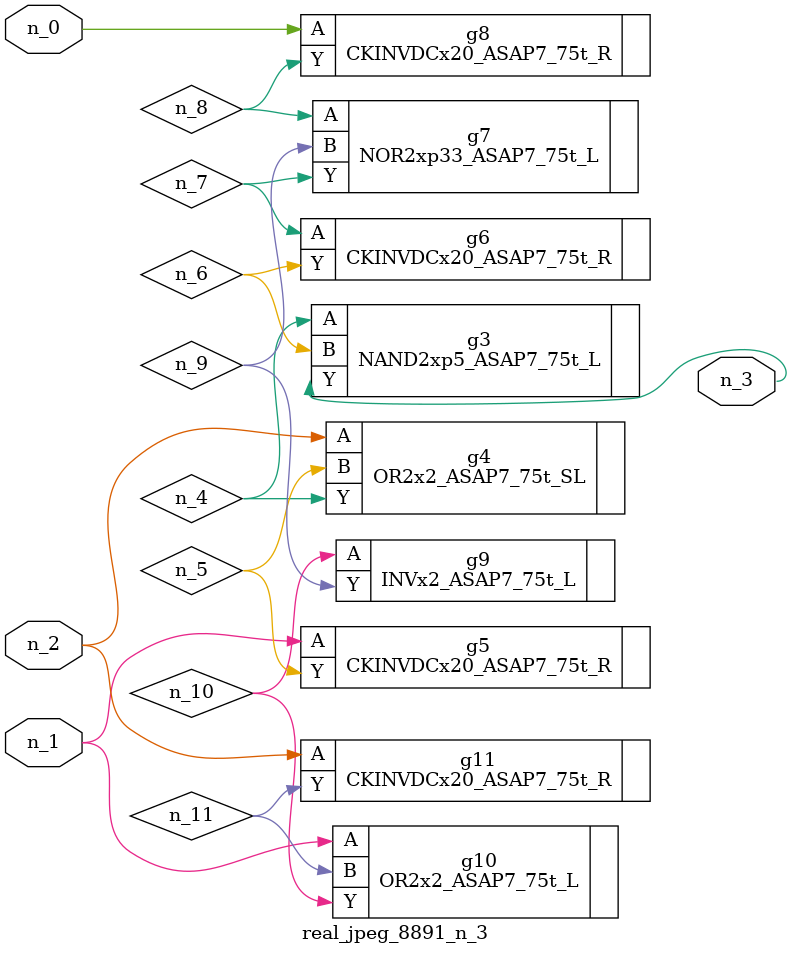
<source format=v>
module real_jpeg_8891_n_3 (n_1, n_0, n_2, n_3);

input n_1;
input n_0;
input n_2;

output n_3;

wire n_5;
wire n_4;
wire n_8;
wire n_11;
wire n_6;
wire n_7;
wire n_10;
wire n_9;

CKINVDCx20_ASAP7_75t_R g8 ( 
.A(n_0),
.Y(n_8)
);

CKINVDCx20_ASAP7_75t_R g5 ( 
.A(n_1),
.Y(n_5)
);

OR2x2_ASAP7_75t_L g10 ( 
.A(n_1),
.B(n_11),
.Y(n_10)
);

OR2x2_ASAP7_75t_SL g4 ( 
.A(n_2),
.B(n_5),
.Y(n_4)
);

CKINVDCx20_ASAP7_75t_R g11 ( 
.A(n_2),
.Y(n_11)
);

NAND2xp5_ASAP7_75t_L g3 ( 
.A(n_4),
.B(n_6),
.Y(n_3)
);

CKINVDCx20_ASAP7_75t_R g6 ( 
.A(n_7),
.Y(n_6)
);

NOR2xp33_ASAP7_75t_L g7 ( 
.A(n_8),
.B(n_9),
.Y(n_7)
);

INVx2_ASAP7_75t_L g9 ( 
.A(n_10),
.Y(n_9)
);


endmodule
</source>
